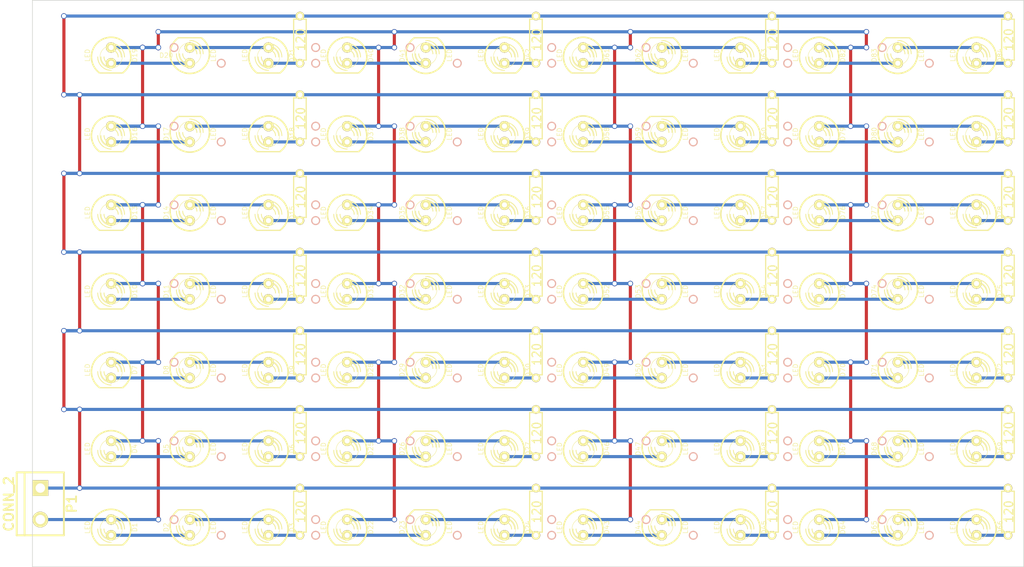
<source format=kicad_pcb>
(kicad_pcb (version 20221018) (generator pcbnew)
  (title_block (title "LED Panels") (date "07 December 2014"))
  (layers (0 "F.Cu" signal) (31 "B.Cu" signal) (34 "B.Paste" user) (35 "F.Paste" user) (36 "B.SilkS" user "B.Silkscreen") (37 "F.SilkS" user "F.Silkscreen") (38 "B.Mask" user) (39 "F.Mask" user) (44 "Edge.Cuts" user))
  (net 0 "")
  (net 1 "+12V")
  (net 2 "GND")
  (net 3 "N-000001")
  (net 4 "N-0000010")
  (net 5 "N-0000011")
  (net 6 "N-0000012")
  (net 7 "N-0000013")
  (net 8 "N-0000014")
  (net 9 "N-0000015")
  (net 10 "N-0000016")
  (net 11 "N-0000017")
  (net 12 "N-0000018")
  (net 13 "N-0000019")
  (net 14 "N-000002")
  (net 15 "N-0000020")
  (net 16 "N-0000021")
  (net 17 "N-0000022")
  (net 18 "N-0000023")
  (net 19 "N-0000024")
  (net 20 "N-0000025")
  (net 21 "N-0000026")
  (net 22 "N-0000027")
  (net 23 "N-0000028")
  (net 24 "N-0000029")
  (net 25 "N-000003")
  (net 26 "N-0000030")
  (net 27 "N-0000031")
  (net 28 "N-0000032")
  (net 29 "N-0000033")
  (net 30 "N-0000034")
  (net 31 "N-0000035")
  (net 32 "N-0000036")
  (net 33 "N-0000037")
  (net 34 "N-0000038")
  (net 35 "N-0000039")
  (net 36 "N-000004")
  (net 37 "N-0000040")
  (net 38 "N-0000041")
  (net 39 "N-0000042")
  (net 40 "N-0000043")
  (net 41 "N-0000044")
  (net 42 "N-0000045")
  (net 43 "N-0000047")
  (net 44 "N-0000048")
  (net 45 "N-0000049")
  (net 46 "N-000005")
  (net 47 "N-0000050")
  (net 48 "N-0000051")
  (net 49 "N-0000052")
  (net 50 "N-0000053")
  (net 51 "N-0000054")
  (net 52 "N-0000055")
  (net 53 "N-0000056")
  (net 54 "N-0000057")
  (net 55 "N-0000058")
  (net 56 "N-0000059")
  (net 57 "N-000006")
  (net 58 "N-0000060")
  (net 59 "N-0000061")
  (net 60 "N-0000062")
  (net 61 "N-0000063")
  (net 62 "N-0000064")
  (net 63 "N-0000065")
  (net 64 "N-0000066")
  (net 65 "N-0000067")
  (net 66 "N-0000068")
  (net 67 "N-0000069")
  (net 68 "N-000007")
  (net 69 "N-0000070")
  (net 70 "N-0000071")
  (net 71 "N-0000072")
  (net 72 "N-0000073")
  (net 73 "N-0000074")
  (net 74 "N-0000075")
  (net 75 "N-0000076")
  (net 76 "N-0000077")
  (net 77 "N-0000078")
  (net 78 "N-0000079")
  (net 79 "N-000008")
  (net 80 "N-0000080")
  (net 81 "N-0000081")
  (net 82 "N-0000082")
  (net 83 "N-0000083")
  (net 84 "N-0000084")
  (net 85 "N-0000085")
  (net 86 "N-000009")
  (footprint "LED-5MM" (layer "F.Cu") (at 50.8 181.61 90)
    (fp_text reference "D2")
    (fp_text value "LED")
  )
  (footprint "LED-5MM" (layer "F.Cu") (at 50.8 105.41 90)
    (fp_text reference "D20")
    (fp_text value "LED")
  )
  (footprint "LED-5MM" (layer "F.Cu") (at 63.5 118.11 -90)
    (fp_text reference "D18")
    (fp_text value "LED")
  )
  (footprint "LED-5MM" (layer "F.Cu") (at 38.1 118.11 -90)
    (fp_text reference "D16")
    (fp_text value "LED")
  )
  (footprint "LED-5MM" (layer "F.Cu") (at 50.8 130.81 90)
    (fp_text reference "D14")
    (fp_text value "LED")
  )
  (footprint "LED-5MM" (layer "F.Cu") (at 63.5 143.51 -90)
    (fp_text reference "D12")
    (fp_text value "LED")
  )
  (footprint "LED-5MM" (layer "F.Cu") (at 38.1 143.51 -90)
    (fp_text reference "D10")
    (fp_text value "LED")
  )
  (footprint "LED-5MM" (layer "F.Cu") (at 50.8 156.21 90)
    (fp_text reference "D8")
    (fp_text value "LED")
  )
  (footprint "LED-5MM" (layer "F.Cu") (at 63.5 168.91 -90)
    (fp_text reference "D6")
    (fp_text value "LED")
  )
  (footprint "LED-5MM" (layer "F.Cu") (at 38.1 168.91 -90)
    (fp_text reference "D4")
    (fp_text value "LED")
  )
  (footprint "LED-5MM" (layer "F.Cu") (at 38.1 181.61 -90)
    (fp_text reference "D1")
    (fp_text value "LED")
  )
  (footprint "LED-5MM" (layer "F.Cu") (at 63.5 105.41 -90)
    (fp_text reference "D21")
    (fp_text value "LED")
  )
  (footprint "LED-5MM" (layer "F.Cu") (at 38.1 105.41 -90)
    (fp_text reference "D19")
    (fp_text value "LED")
  )
  (footprint "LED-5MM" (layer "F.Cu") (at 50.8 118.11 90)
    (fp_text reference "D17")
    (fp_text value "LED")
  )
  (footprint "LED-5MM" (layer "F.Cu") (at 63.5 130.81 -90)
    (fp_text reference "D15")
    (fp_text value "LED")
  )
  (footprint "LED-5MM" (layer "F.Cu") (at 38.1 130.81 -90)
    (fp_text reference "D13")
    (fp_text value "LED")
  )
  (footprint "LED-5MM" (layer "F.Cu") (at 50.8 143.51 90)
    (fp_text reference "D11")
    (fp_text value "LED")
  )
  (footprint "LED-5MM" (layer "F.Cu") (at 63.5 156.21 -90)
    (fp_text reference "D9")
    (fp_text value "LED")
  )
  (footprint "LED-5MM" (layer "F.Cu") (at 38.1 156.21 -90)
    (fp_text reference "D7")
    (fp_text value "LED")
  )
  (footprint "LED-5MM" (layer "F.Cu") (at 50.8 168.91 90)
    (fp_text reference "D5")
    (fp_text value "LED")
  )
  (footprint "LED-5MM" (layer "F.Cu") (at 63.5 181.61 -90)
    (fp_text reference "D3")
    (fp_text value "LED")
  )
  (footprint "R3" (layer "F.Cu") (at 68.58 179.07 90)
    (fp_text reference "R1" hide)
    (fp_text value "120")
  )
  (footprint "R3" (layer "F.Cu") (at 68.58 166.37 90)
    (fp_text reference "R2" hide)
    (fp_text value "120")
  )
  (footprint "R3" (layer "F.Cu") (at 68.58 153.67 90)
    (fp_text reference "R3" hide)
    (fp_text value "120")
  )
  (footprint "R3" (layer "F.Cu") (at 68.58 140.97 90)
    (fp_text reference "R4" hide)
    (fp_text value "120")
  )
  (footprint "R3" (layer "F.Cu") (at 68.58 128.27 90)
    (fp_text reference "R5" hide)
    (fp_text value "120")
  )
  (footprint "R3" (layer "F.Cu") (at 68.58 115.57 90)
    (fp_text reference "R6" hide)
    (fp_text value "120")
  )
  (footprint "R3" (layer "F.Cu") (at 68.58 102.87 90)
    (fp_text reference "R7" hide)
    (fp_text value "120")
  )
  (footprint "bornier2" (layer "F.Cu") (at 26.67 177.8 -90)
    (fp_text reference "P1")
    (fp_text value "CONN_2")
  )
  (footprint "R3" (layer "F.Cu") (at 144.78 128.27 90)
    (fp_text reference "R19" hide)
    (fp_text value "120")
  )
  (footprint "R3" (layer "F.Cu") (at 144.78 140.97 90)
    (fp_text reference "R18" hide)
    (fp_text value "120")
  )
  (footprint "R3" (layer "F.Cu") (at 182.88 153.67 90)
    (fp_text reference "R24" hide)
    (fp_text value "120")
  )
  (footprint "R3" (layer "F.Cu") (at 106.68 128.27 90)
    (fp_text reference "R12" hide)
    (fp_text value "120")
  )
  (footprint "R3" (layer "F.Cu") (at 144.78 153.67 90)
    (fp_text reference "R17" hide)
    (fp_text value "120")
  )
  (footprint "R3" (layer "F.Cu") (at 182.88 166.37 90)
    (fp_text reference "R23" hide)
    (fp_text value "120")
  )
  (footprint "R3" (layer "F.Cu") (at 182.88 140.97 90)
    (fp_text reference "R25" hide)
    (fp_text value "120")
  )
  (footprint "R3" (layer "F.Cu") (at 106.68 115.57 90)
    (fp_text reference "R13" hide)
    (fp_text value "120")
  )
  (footprint "R3" (layer "F.Cu") (at 182.88 179.07 90)
    (fp_text reference "R22" hide)
    (fp_text value "120")
  )
  (footprint "R3" (layer "F.Cu") (at 106.68 102.87 90)
    (fp_text reference "R14" hide)
    (fp_text value "120")
  )
  (footprint "R3" (layer "F.Cu") (at 144.78 166.37 90)
    (fp_text reference "R16" hide)
    (fp_text value "120")
  )
  (footprint "R3" (layer "F.Cu") (at 106.68 179.07 90)
    (fp_text reference "R8" hide)
    (fp_text value "120")
  )
  (footprint "R3" (layer "F.Cu") (at 182.88 102.87 90)
    (fp_text reference "R28" hide)
    (fp_text value "120")
  )
  (footprint "R3" (layer "F.Cu") (at 144.78 179.07 90)
    (fp_text reference "R15" hide)
    (fp_text value "120")
  )
  (footprint "R3" (layer "F.Cu") (at 106.68 140.97 90)
    (fp_text reference "R11" hide)
    (fp_text value "120")
  )
  (footprint "R3" (layer "F.Cu") (at 106.68 166.37 90)
    (fp_text reference "R9" hide)
    (fp_text value "120")
  )
  (footprint "R3" (layer "F.Cu") (at 182.88 115.57 90)
    (fp_text reference "R27" hide)
    (fp_text value "120")
  )
  (footprint "R3" (layer "F.Cu") (at 106.68 153.67 90)
    (fp_text reference "R10" hide)
    (fp_text value "120")
  )
  (footprint "R3" (layer "F.Cu") (at 144.78 115.57 90)
    (fp_text reference "R20" hide)
    (fp_text value "120")
  )
  (footprint "LED-5MM" (layer "F.Cu") (at 139.7 118.11 -90)
    (fp_text reference "D60")
    (fp_text value "LED")
  )
  (footprint "LED-5MM" (layer "F.Cu") (at 177.8 130.81 -90)
    (fp_text reference "D78")
    (fp_text value "LED")
  )
  (footprint "LED-5MM" (layer "F.Cu") (at 152.4 156.21 -90)
    (fp_text reference "D70")
    (fp_text value "LED")
  )
  (footprint "LED-5MM" (layer "F.Cu") (at 177.8 143.51 -90)
    (fp_text reference "D75")
    (fp_text value "LED")
  )
  (footprint "LED-5MM" (layer "F.Cu") (at 127 130.81 90)
    (fp_text reference "D56")
    (fp_text value "LED")
  )
  (footprint "LED-5MM" (layer "F.Cu") (at 165.1 143.51 90)
    (fp_text reference "D74")
    (fp_text value "LED")
  )
  (footprint "LED-5MM" (layer "F.Cu") (at 152.4 143.51 -90)
    (fp_text reference "D73")
    (fp_text value "LED")
  )
  (footprint "LED-5MM" (layer "F.Cu") (at 114.3 130.81 -90)
    (fp_text reference "D55")
    (fp_text value "LED")
  )
  (footprint "LED-5MM" (layer "F.Cu") (at 139.7 130.81 -90)
    (fp_text reference "D57")
    (fp_text value "LED")
  )
  (footprint "LED-5MM" (layer "F.Cu") (at 127 118.11 90)
    (fp_text reference "D59")
    (fp_text value "LED")
  )
  (footprint "LED-5MM" (layer "F.Cu") (at 152.4 105.41 -90)
    (fp_text reference "D82")
    (fp_text value "LED")
  )
  (footprint "LED-5MM" (layer "F.Cu") (at 76.2 143.51 -90)
    (fp_text reference "D31")
    (fp_text value "LED")
  )
  (footprint "LED-5MM" (layer "F.Cu") (at 165.1 130.81 90)
    (fp_text reference "D77")
    (fp_text value "LED")
  )
  (footprint "LED-5MM" (layer "F.Cu") (at 152.4 130.81 -90)
    (fp_text reference "D76")
    (fp_text value "LED")
  )
  (footprint "LED-5MM" (layer "F.Cu") (at 177.8 118.11 -90)
    (fp_text reference "D81")
    (fp_text value "LED")
  )
  (footprint "LED-5MM" (layer "F.Cu") (at 165.1 118.11 90)
    (fp_text reference "D80")
    (fp_text value "LED")
  )
  (footprint "LED-5MM" (layer "F.Cu") (at 152.4 118.11 -90)
    (fp_text reference "D79")
    (fp_text value "LED")
  )
  (footprint "LED-5MM" (layer "F.Cu") (at 177.8 105.41 -90)
    (fp_text reference "D84")
    (fp_text value "LED")
  )
  (footprint "LED-5MM" (layer "F.Cu") (at 165.1 105.41 90)
    (fp_text reference "D83")
    (fp_text value "LED")
  )
  (footprint "LED-5MM" (layer "F.Cu") (at 165.1 156.21 90)
    (fp_text reference "D71")
    (fp_text value "LED")
  )
  (footprint "LED-5MM" (layer "F.Cu") (at 177.8 181.61 -90)
    (fp_text reference "D66")
    (fp_text value "LED")
  )
  (footprint "LED-5MM" (layer "F.Cu") (at 165.1 181.61 90)
    (fp_text reference "D65")
    (fp_text value "LED")
  )
  (footprint "LED-5MM" (layer "F.Cu") (at 152.4 181.61 -90)
    (fp_text reference "D64")
    (fp_text value "LED")
  )
  (footprint "LED-5MM" (layer "F.Cu") (at 177.8 168.91 -90)
    (fp_text reference "D69")
    (fp_text value "LED")
  )
  (footprint "LED-5MM" (layer "F.Cu") (at 165.1 168.91 90)
    (fp_text reference "D68")
    (fp_text value "LED")
  )
  (footprint "LED-5MM" (layer "F.Cu") (at 152.4 168.91 -90)
    (fp_text reference "D67")
    (fp_text value "LED")
  )
  (footprint "LED-5MM" (layer "F.Cu") (at 177.8 156.21 -90)
    (fp_text reference "D72")
    (fp_text value "LED")
  )
  (footprint "LED-5MM" (layer "F.Cu") (at 76.2 181.61 -90)
    (fp_text reference "D22")
    (fp_text value "LED")
  )
  (footprint "LED-5MM" (layer "F.Cu") (at 101.6 118.11 -90)
    (fp_text reference "D39")
    (fp_text value "LED")
  )
  (footprint "LED-5MM" (layer "F.Cu") (at 88.9 118.11 90)
    (fp_text reference "D38")
    (fp_text value "LED")
  )
  (footprint "LED-5MM" (layer "F.Cu") (at 76.2 118.11 -90)
    (fp_text reference "D37")
    (fp_text value "LED")
  )
  (footprint "LED-5MM" (layer "F.Cu") (at 101.6 105.41 -90)
    (fp_text reference "D42")
    (fp_text value "LED")
  )
  (footprint "LED-5MM" (layer "F.Cu") (at 88.9 105.41 90)
    (fp_text reference "D41")
    (fp_text value "LED")
  )
  (footprint "LED-5MM" (layer "F.Cu") (at 76.2 105.41 -90)
    (fp_text reference "D40")
    (fp_text value "LED")
  )
  (footprint "LED-5MM" (layer "F.Cu") (at 101.6 181.61 -90)
    (fp_text reference "D24")
    (fp_text value "LED")
  )
  (footprint "LED-5MM" (layer "F.Cu") (at 88.9 181.61 90)
    (fp_text reference "D23")
    (fp_text value "LED")
  )
  (footprint "LED-5MM" (layer "F.Cu") (at 76.2 130.81 -90)
    (fp_text reference "D34")
    (fp_text value "LED")
  )
  (footprint "LED-5MM" (layer "F.Cu") (at 101.6 168.91 -90)
    (fp_text reference "D27")
    (fp_text value "LED")
  )
  (footprint "LED-5MM" (layer "F.Cu") (at 88.9 168.91 90)
    (fp_text reference "D26")
    (fp_text value "LED")
  )
  (footprint "LED-5MM" (layer "F.Cu") (at 76.2 168.91 -90)
    (fp_text reference "D25")
    (fp_text value "LED")
  )
  (footprint "LED-5MM" (layer "F.Cu") (at 101.6 156.21 -90)
    (fp_text reference "D30")
    (fp_text value "LED")
  )
  (footprint "LED-5MM" (layer "F.Cu") (at 88.9 156.21 90)
    (fp_text reference "D29")
    (fp_text value "LED")
  )
  (footprint "LED-5MM" (layer "F.Cu") (at 76.2 156.21 -90)
    (fp_text reference "D28")
    (fp_text value "LED")
  )
  (footprint "LED-5MM" (layer "F.Cu") (at 101.6 143.51 -90)
    (fp_text reference "D33")
    (fp_text value "LED")
  )
  (footprint "LED-5MM" (layer "F.Cu") (at 88.9 143.51 90)
    (fp_text reference "D32")
    (fp_text value "LED")
  )
  (footprint "LED-5MM" (layer "F.Cu") (at 114.3 168.91 -90)
    (fp_text reference "D46")
    (fp_text value "LED")
  )
  (footprint "LED-5MM" (layer "F.Cu") (at 139.7 105.41 -90)
    (fp_text reference "D63")
    (fp_text value "LED")
  )
  (footprint "LED-5MM" (layer "F.Cu") (at 127 105.41 90)
    (fp_text reference "D62")
    (fp_text value "LED")
  )
  (footprint "LED-5MM" (layer "F.Cu") (at 114.3 105.41 -90)
    (fp_text reference "D61")
    (fp_text value "LED")
  )
  (footprint "LED-5MM" (layer "F.Cu") (at 139.7 181.61 -90)
    (fp_text reference "D45")
    (fp_text value "LED")
  )
  (footprint "LED-5MM" (layer "F.Cu") (at 127 181.61 90)
    (fp_text reference "D44")
    (fp_text value "LED")
  )
  (footprint "LED-5MM" (layer "F.Cu") (at 114.3 181.61 -90)
    (fp_text reference "D43")
    (fp_text value "LED")
  )
  (footprint "LED-5MM" (layer "F.Cu") (at 139.7 168.91 -90)
    (fp_text reference "D48")
    (fp_text value "LED")
  )
  (footprint "LED-5MM" (layer "F.Cu") (at 127 168.91 90)
    (fp_text reference "D47")
    (fp_text value "LED")
  )
  (footprint "LED-5MM" (layer "F.Cu") (at 114.3 118.11 -90)
    (fp_text reference "D58")
    (fp_text value "LED")
  )
  (footprint "LED-5MM" (layer "F.Cu") (at 139.7 156.21 -90)
    (fp_text reference "D51")
    (fp_text value "LED")
  )
  (footprint "LED-5MM" (layer "F.Cu") (at 127 156.21 90)
    (fp_text reference "D50")
    (fp_text value "LED")
  )
  (footprint "LED-5MM" (layer "F.Cu") (at 114.3 156.21 -90)
    (fp_text reference "D49")
    (fp_text value "LED")
  )
  (footprint "LED-5MM" (layer "F.Cu") (at 139.7 143.51 -90)
    (fp_text reference "D54")
    (fp_text value "LED")
  )
  (footprint "LED-5MM" (layer "F.Cu") (at 127 143.51 90)
    (fp_text reference "D53")
    (fp_text value "LED")
  )
  (footprint "LED-5MM" (layer "F.Cu") (at 114.3 143.51 -90)
    (fp_text reference "D52")
    (fp_text value "LED")
  )
  (footprint "LED-5MM" (layer "F.Cu") (at 101.6 130.81 -90)
    (fp_text reference "D36")
    (fp_text value "LED")
  )
  (footprint "LED-5MM" (layer "F.Cu") (at 88.9 130.81 90)
    (fp_text reference "D35")
    (fp_text value "LED")
  )
  (footprint "R3" (layer "F.Cu") (at 144.78 102.87 90)
    (fp_text reference "R21" hide)
    (fp_text value "120")
  )
  (footprint "R3" (layer "F.Cu") (at 182.88 128.27 90)
    (fp_text reference "R26" hide)
    (fp_text value "120")
  )
  (gr_circle (center 48.26 167.64) (end 48.26 167.005) (stroke (width 0.2)) (fill none) (layer "B.SilkS"))
  (gr_circle (center 55.88 170.18) (end 55.88 169.545) (stroke (width 0.2)) (fill none) (layer "B.SilkS"))
  (gr_circle (center 55.88 182.88) (end 55.88 182.245) (stroke (width 0.2)) (fill none) (layer "B.SilkS"))
  (gr_circle (center 55.88 157.48) (end 55.88 156.845) (stroke (width 0.2)) (fill none) (layer "B.SilkS"))
  (gr_circle (center 48.26 154.94) (end 48.26 154.305) (stroke (width 0.2)) (fill none) (layer "B.SilkS"))
  (gr_circle (center 48.26 142.24) (end 48.26 141.605) (stroke (width 0.2)) (fill none) (layer "B.SilkS"))
  (gr_circle (center 48.26 129.54) (end 48.26 128.905) (stroke (width 0.2)) (fill none) (layer "B.SilkS"))
  (gr_circle (center 48.26 116.84) (end 48.26 116.205) (stroke (width 0.2)) (fill none) (layer "B.SilkS"))
  (gr_circle (center 48.26 104.14) (end 48.26 103.505) (stroke (width 0.2)) (fill none) (layer "B.SilkS"))
  (gr_circle (center 55.88 144.78) (end 55.88 144.145) (stroke (width 0.2)) (fill none) (layer "B.SilkS"))
  (gr_circle (center 55.88 132.08) (end 55.88 131.445) (stroke (width 0.2)) (fill none) (layer "B.SilkS"))
  (gr_circle (center 55.88 119.38) (end 55.88 118.745) (stroke (width 0.2)) (fill none) (layer "B.SilkS"))
  (gr_circle (center 55.88 106.68) (end 55.88 106.045) (stroke (width 0.2)) (fill none) (layer "B.SilkS"))
  (gr_circle (center 93.98 106.68) (end 93.98 106.045) (stroke (width 0.2)) (fill none) (layer "B.SilkS"))
  (gr_circle (center 93.98 119.38) (end 93.98 118.745) (stroke (width 0.2)) (fill none) (layer "B.SilkS"))
  (gr_circle (center 93.98 132.08) (end 93.98 131.445) (stroke (width 0.2)) (fill none) (layer "B.SilkS"))
  (gr_circle (center 93.98 144.78) (end 93.98 144.145) (stroke (width 0.2)) (fill none) (layer "B.SilkS"))
  (gr_circle (center 93.98 157.48) (end 93.98 156.845) (stroke (width 0.2)) (fill none) (layer "B.SilkS"))
  (gr_circle (center 93.98 182.88) (end 93.98 182.245) (stroke (width 0.2)) (fill none) (layer "B.SilkS"))
  (gr_circle (center 93.98 170.18) (end 93.98 169.545) (stroke (width 0.2)) (fill none) (layer "B.SilkS"))
  (gr_circle (center 132.08 170.18) (end 132.08 169.545) (stroke (width 0.2)) (fill none) (layer "B.SilkS"))
  (gr_circle (center 132.08 182.88) (end 132.08 182.245) (stroke (width 0.2)) (fill none) (layer "B.SilkS"))
  (gr_circle (center 132.08 157.48) (end 132.08 156.845) (stroke (width 0.2)) (fill none) (layer "B.SilkS"))
  (gr_circle (center 132.08 144.78) (end 132.08 144.145) (stroke (width 0.2)) (fill none) (layer "B.SilkS"))
  (gr_circle (center 132.08 132.08) (end 132.08 131.445) (stroke (width 0.2)) (fill none) (layer "B.SilkS"))
  (gr_circle (center 132.08 119.38) (end 132.08 118.745) (stroke (width 0.2)) (fill none) (layer "B.SilkS"))
  (gr_circle (center 132.08 106.68) (end 132.08 106.045) (stroke (width 0.2)) (fill none) (layer "B.SilkS"))
  (gr_circle (center 170.18 106.68) (end 170.18 106.045) (stroke (width 0.2)) (fill none) (layer "B.SilkS"))
  (gr_circle (center 170.18 119.38) (end 170.18 118.745) (stroke (width 0.2)) (fill none) (layer "B.SilkS"))
  (gr_circle (center 170.18 132.08) (end 170.18 131.445) (stroke (width 0.2)) (fill none) (layer "B.SilkS"))
  (gr_circle (center 170.18 144.78) (end 170.18 144.145) (stroke (width 0.2)) (fill none) (layer "B.SilkS"))
  (gr_circle (center 170.18 157.48) (end 170.18 156.845) (stroke (width 0.2)) (fill none) (layer "B.SilkS"))
  (gr_circle (center 170.18 182.88) (end 170.18 182.245) (stroke (width 0.2)) (fill none) (layer "B.SilkS"))
  (gr_circle (center 170.18 170.18) (end 170.18 169.545) (stroke (width 0.2)) (fill none) (layer "B.SilkS"))
  (gr_circle (center 71.12 106.68) (end 71.12 106.045) (stroke (width 0.2)) (fill none) (layer "B.SilkS"))
  (gr_circle (center 71.12 119.38) (end 71.12 118.745) (stroke (width 0.2)) (fill none) (layer "B.SilkS"))
  (gr_circle (center 71.12 132.08) (end 71.12 131.445) (stroke (width 0.2)) (fill none) (layer "B.SilkS"))
  (gr_circle (center 71.12 144.78) (end 71.12 144.145) (stroke (width 0.2)) (fill none) (layer "B.SilkS"))
  (gr_circle (center 71.12 157.48) (end 71.12 156.845) (stroke (width 0.2)) (fill none) (layer "B.SilkS"))
  (gr_circle (center 71.12 182.88) (end 71.12 182.245) (stroke (width 0.2)) (fill none) (layer "B.SilkS"))
  (gr_circle (center 71.12 170.18) (end 71.12 169.545) (stroke (width 0.2)) (fill none) (layer "B.SilkS"))
  (gr_circle (center 109.22 106.68) (end 109.22 106.045) (stroke (width 0.2)) (fill none) (layer "B.SilkS"))
  (gr_circle (center 109.22 119.38) (end 109.22 118.745) (stroke (width 0.2)) (fill none) (layer "B.SilkS"))
  (gr_circle (center 109.22 132.08) (end 109.22 131.445) (stroke (width 0.2)) (fill none) (layer "B.SilkS"))
  (gr_circle (center 109.22 144.78) (end 109.22 144.145) (stroke (width 0.2)) (fill none) (layer "B.SilkS"))
  (gr_circle (center 109.22 157.48) (end 109.22 156.845) (stroke (width 0.2)) (fill none) (layer "B.SilkS"))
  (gr_circle (center 109.22 182.88) (end 109.22 182.245) (stroke (width 0.2)) (fill none) (layer "B.SilkS"))
  (gr_circle (center 109.22 170.18) (end 109.22 169.545) (stroke (width 0.2)) (fill none) (layer "B.SilkS"))
  (gr_circle (center 86.36 167.64) (end 86.36 167.005) (stroke (width 0.2)) (fill none) (layer "B.SilkS"))
  (gr_circle (center 86.36 180.34) (end 86.36 179.705) (stroke (width 0.2)) (fill none) (layer "B.SilkS"))
  (gr_circle (center 86.36 154.94) (end 86.36 154.305) (stroke (width 0.2)) (fill none) (layer "B.SilkS"))
  (gr_circle (center 86.36 142.24) (end 86.36 141.605) (stroke (width 0.2)) (fill none) (layer "B.SilkS"))
  (gr_circle (center 86.36 129.54) (end 86.36 128.905) (stroke (width 0.2)) (fill none) (layer "B.SilkS"))
  (gr_circle (center 86.36 116.84) (end 86.36 116.205) (stroke (width 0.2)) (fill none) (layer "B.SilkS"))
  (gr_circle (center 86.36 104.14) (end 86.36 103.505) (stroke (width 0.2)) (fill none) (layer "B.SilkS"))
  (gr_circle (center 71.12 167.64) (end 71.12 167.005) (stroke (width 0.2)) (fill none) (layer "B.SilkS"))
  (gr_circle (center 71.12 180.34) (end 71.12 179.705) (stroke (width 0.2)) (fill none) (layer "B.SilkS"))
  (gr_circle (center 71.12 154.94) (end 71.12 154.305) (stroke (width 0.2)) (fill none) (layer "B.SilkS"))
  (gr_circle (center 71.12 142.24) (end 71.12 141.605) (stroke (width 0.2)) (fill none) (layer "B.SilkS"))
  (gr_circle (center 71.12 129.54) (end 71.12 128.905) (stroke (width 0.2)) (fill none) (layer "B.SilkS"))
  (gr_circle (center 71.12 116.84) (end 71.12 116.205) (stroke (width 0.2)) (fill none) (layer "B.SilkS"))
  (gr_circle (center 71.12 104.14) (end 71.12 103.505) (stroke (width 0.2)) (fill none) (layer "B.SilkS"))
  (gr_circle (center 109.22 104.14) (end 109.22 103.505) (stroke (width 0.2)) (fill none) (layer "B.SilkS"))
  (gr_circle (center 109.22 116.84) (end 109.22 116.205) (stroke (width 0.2)) (fill none) (layer "B.SilkS"))
  (gr_circle (center 109.22 129.54) (end 109.22 128.905) (stroke (width 0.2)) (fill none) (layer "B.SilkS"))
  (gr_circle (center 109.22 142.24) (end 109.22 141.605) (stroke (width 0.2)) (fill none) (layer "B.SilkS"))
  (gr_circle (center 109.22 154.94) (end 109.22 154.305) (stroke (width 0.2)) (fill none) (layer "B.SilkS"))
  (gr_circle (center 109.22 180.34) (end 109.22 179.705) (stroke (width 0.2)) (fill none) (layer "B.SilkS"))
  (gr_circle (center 109.22 167.64) (end 109.22 167.005) (stroke (width 0.2)) (fill none) (layer "B.SilkS"))
  (gr_circle (center 124.46 104.14) (end 124.46 103.505) (stroke (width 0.2)) (fill none) (layer "B.SilkS"))
  (gr_circle (center 124.46 116.84) (end 124.46 116.205) (stroke (width 0.2)) (fill none) (layer "B.SilkS"))
  (gr_circle (center 124.46 129.54) (end 124.46 128.905) (stroke (width 0.2)) (fill none) (layer "B.SilkS"))
  (gr_circle (center 124.46 142.24) (end 124.46 141.605) (stroke (width 0.2)) (fill none) (layer "B.SilkS"))
  (gr_circle (center 124.46 154.94) (end 124.46 154.305) (stroke (width 0.2)) (fill none) (layer "B.SilkS"))
  (gr_circle (center 124.46 180.34) (end 124.46 179.705) (stroke (width 0.2)) (fill none) (layer "B.SilkS"))
  (gr_circle (center 124.46 167.64) (end 124.46 167.005) (stroke (width 0.2)) (fill none) (layer "B.SilkS"))
  (gr_circle (center 147.32 167.64) (end 147.32 167.005) (stroke (width 0.2)) (fill none) (layer "B.SilkS"))
  (gr_circle (center 147.32 180.34) (end 147.32 179.705) (stroke (width 0.2)) (fill none) (layer "B.SilkS"))
  (gr_circle (center 147.32 154.94) (end 147.32 154.305) (stroke (width 0.2)) (fill none) (layer "B.SilkS"))
  (gr_circle (center 147.32 142.24) (end 147.32 141.605) (stroke (width 0.2)) (fill none) (layer "B.SilkS"))
  (gr_circle (center 147.32 129.54) (end 147.32 128.905) (stroke (width 0.2)) (fill none) (layer "B.SilkS"))
  (gr_circle (center 147.32 116.84) (end 147.32 116.205) (stroke (width 0.2)) (fill none) (layer "B.SilkS"))
  (gr_circle (center 147.32 104.14) (end 147.32 103.505) (stroke (width 0.2)) (fill none) (layer "B.SilkS"))
  (gr_circle (center 147.32 170.18) (end 147.32 169.545) (stroke (width 0.2)) (fill none) (layer "B.SilkS"))
  (gr_circle (center 147.32 182.88) (end 147.32 182.245) (stroke (width 0.2)) (fill none) (layer "B.SilkS"))
  (gr_circle (center 147.32 157.48) (end 147.32 156.845) (stroke (width 0.2)) (fill none) (layer "B.SilkS"))
  (gr_circle (center 147.32 144.78) (end 147.32 144.145) (stroke (width 0.2)) (fill none) (layer "B.SilkS"))
  (gr_circle (center 147.32 132.08) (end 147.32 131.445) (stroke (width 0.2)) (fill none) (layer "B.SilkS"))
  (gr_circle (center 147.32 119.38) (end 147.32 118.745) (stroke (width 0.2)) (fill none) (layer "B.SilkS"))
  (gr_circle (center 147.32 106.68) (end 147.32 106.045) (stroke (width 0.2)) (fill none) (layer "B.SilkS"))
  (gr_circle (center 162.56 167.64) (end 162.56 167.005) (stroke (width 0.2)) (fill none) (layer "B.SilkS"))
  (gr_circle (center 162.56 180.34) (end 162.56 179.705) (stroke (width 0.2)) (fill none) (layer "B.SilkS"))
  (gr_circle (center 162.56 154.94) (end 162.56 154.305) (stroke (width 0.2)) (fill none) (layer "B.SilkS"))
  (gr_circle (center 162.56 142.24) (end 162.56 141.605) (stroke (width 0.2)) (fill none) (layer "B.SilkS"))
  (gr_circle (center 162.56 129.54) (end 162.56 128.905) (stroke (width 0.2)) (fill none) (layer "B.SilkS"))
  (gr_circle (center 162.56 116.84) (end 162.56 116.205) (stroke (width 0.2)) (fill none) (layer "B.SilkS"))
  (gr_circle (center 162.56 104.14) (end 162.56 103.505) (stroke (width 0.2)) (fill none) (layer "B.SilkS"))
  (gr_circle (center 48.26 180.34) (end 48.26 179.705) (stroke (width 0.2)) (fill none) (layer "B.SilkS"))
  (gr_line (start 25.4 187.96) (end 185.42 187.96) (stroke (width 0.1)) (layer "Edge.Cuts"))
  (gr_line (start 185.42 96.52) (end 25.4 96.52) (stroke (width 0.1)) (layer "Edge.Cuts"))
  (gr_line (start 25.4 96.52) (end 25.4 187.96) (stroke (width 0.1)) (layer "Edge.Cuts"))
  (gr_line (start 185.42 187.96) (end 185.42 96.52) (stroke (width 0.1)) (layer "Edge.Cuts"))
  (segment (start 160.02 142.24) (end 160.02 154.94) (width 0.5) (layer "F.Cu") (net 1))
  (segment (start 157.48 154.94) (end 157.48 167.64) (width 0.5) (layer "F.Cu") (net 1))
  (segment (start 160.02 167.64) (end 160.02 180.34) (width 0.5) (layer "F.Cu") (net 1))
  (segment (start 121.92 116.84) (end 121.92 129.54) (width 0.5) (layer "F.Cu") (net 1))
  (segment (start 121.92 167.64) (end 121.92 180.34) (width 0.5) (layer "F.Cu") (net 1))
  (segment (start 119.38 154.94) (end 119.38 167.64) (width 0.5) (layer "F.Cu") (net 1))
  (segment (start 121.92 142.24) (end 121.92 154.94) (width 0.5) (layer "F.Cu") (net 1))
  (segment (start 119.38 129.54) (end 119.38 142.24) (width 0.5) (layer "F.Cu") (net 1))
  (segment (start 121.92 104.14) (end 121.92 101.6) (width 0.5) (layer "F.Cu") (net 1))
  (segment (start 119.38 104.14) (end 119.38 116.84) (width 0.5) (layer "F.Cu") (net 1))
  (segment (start 81.28 104.14) (end 81.28 116.84) (width 0.5) (layer "F.Cu") (net 1))
  (segment (start 83.82 104.14) (end 83.82 101.6) (width 0.5) (layer "F.Cu") (net 1))
  (segment (start 81.28 129.54) (end 81.28 142.24) (width 0.5) (layer "F.Cu") (net 1))
  (segment (start 83.82 142.24) (end 83.82 154.94) (width 0.5) (layer "F.Cu") (net 1))
  (segment (start 81.28 154.94) (end 81.28 167.64) (width 0.5) (layer "F.Cu") (net 1))
  (segment (start 83.82 167.64) (end 83.82 180.34) (width 0.5) (layer "F.Cu") (net 1))
  (segment (start 83.82 116.84) (end 83.82 129.54) (width 0.5) (layer "F.Cu") (net 1))
  (segment (start 45.72 116.84) (end 45.72 129.54) (width 0.5) (layer "F.Cu") (net 1))
  (segment (start 45.72 167.64) (end 45.72 180.34) (width 0.5) (layer "F.Cu") (net 1))
  (segment (start 45.72 142.24) (end 45.72 154.94) (width 0.5) (layer "F.Cu") (net 1))
  (segment (start 45.72 104.14) (end 45.72 101.6) (width 0.5) (layer "F.Cu") (net 1))
  (segment (start 43.18 116.84) (end 43.18 104.14) (width 0.5) (layer "F.Cu") (net 1))
  (segment (start 157.48 129.54) (end 157.48 142.24) (width 0.5) (layer "F.Cu") (net 1))
  (segment (start 157.48 104.14) (end 157.48 116.84) (width 0.5) (layer "F.Cu") (net 1))
  (segment (start 160.02 116.84) (end 160.02 129.54) (width 0.5) (layer "F.Cu") (net 1))
  (segment (start 43.18 167.64) (end 43.18 154.94) (width 0.5) (layer "F.Cu") (net 1))
  (segment (start 160.02 104.14) (end 160.02 101.6) (width 0.5) (layer "F.Cu") (net 1))
  (segment (start 43.18 142.24) (end 43.18 129.54) (width 0.5) (layer "F.Cu") (net 1))
  (via (at 121.92 129.54) (size 0.889) (drill 0.635) (layers "F.Cu" "B.Cu") (net 1))
  (via (at 121.92 116.84) (size 0.889) (drill 0.635) (layers "F.Cu" "B.Cu") (net 1))
  (via (at 119.38 129.54) (size 0.889) (drill 0.635) (layers "F.Cu" "B.Cu") (net 1))
  (via (at 121.92 180.34) (size 0.889) (drill 0.635) (layers "F.Cu" "B.Cu") (net 1))
  (via (at 121.92 167.64) (size 0.889) (drill 0.635) (layers "F.Cu" "B.Cu") (net 1))
  (via (at 119.38 167.64) (size 0.889) (drill 0.635) (layers "F.Cu" "B.Cu") (net 1))
  (via (at 119.38 154.94) (size 0.889) (drill 0.635) (layers "F.Cu" "B.Cu") (net 1))
  (via (at 121.92 154.94) (size 0.889) (drill 0.635) (layers "F.Cu" "B.Cu") (net 1))
  (via (at 121.92 142.24) (size 0.889) (drill 0.635) (layers "F.Cu" "B.Cu") (net 1))
  (via (at 119.38 142.24) (size 0.889) (drill 0.635) (layers "F.Cu" "B.Cu") (net 1))
  (via (at 121.92 101.6) (size 0.889) (drill 0.635) (layers "F.Cu" "B.Cu") (net 1))
  (via (at 121.92 104.14) (size 0.889) (drill 0.635) (layers "F.Cu" "B.Cu") (net 1))
  (via (at 119.38 104.14) (size 0.889) (drill 0.635) (layers "F.Cu" "B.Cu") (net 1))
  (via (at 119.38 116.84) (size 0.889) (drill 0.635) (layers "F.Cu" "B.Cu") (net 1))
  (via (at 81.28 116.84) (size 0.889) (drill 0.635) (layers "F.Cu" "B.Cu") (net 1))
  (via (at 81.28 104.14) (size 0.889) (drill 0.635) (layers "F.Cu" "B.Cu") (net 1))
  (via (at 83.82 104.14) (size 0.889) (drill 0.635) (layers "F.Cu" "B.Cu") (net 1))
  (via (at 83.82 101.6) (size 0.889) (drill 0.635) (layers "F.Cu" "B.Cu") (net 1))
  (via (at 81.28 142.24) (size 0.889) (drill 0.635) (layers "F.Cu" "B.Cu") (net 1))
  (via (at 83.82 142.24) (size 0.889) (drill 0.635) (layers "F.Cu" "B.Cu") (net 1))
  (via (at 83.82 154.94) (size 0.889) (drill 0.635) (layers "F.Cu" "B.Cu") (net 1))
  (via (at 81.28 154.94) (size 0.889) (drill 0.635) (layers "F.Cu" "B.Cu") (net 1))
  (via (at 81.28 167.64) (size 0.889) (drill 0.635) (layers "F.Cu" "B.Cu") (net 1))
  (via (at 83.82 167.64) (size 0.889) (drill 0.635) (layers "F.Cu" "B.Cu") (net 1))
  (via (at 83.82 180.34) (size 0.889) (drill 0.635) (layers "F.Cu" "B.Cu") (net 1))
  (via (at 81.28 129.54) (size 0.889) (drill 0.635) (layers "F.Cu" "B.Cu") (net 1))
  (via (at 83.82 116.84) (size 0.889) (drill 0.635) (layers "F.Cu" "B.Cu") (net 1))
  (via (at 83.82 129.54) (size 0.889) (drill 0.635) (layers "F.Cu" "B.Cu") (net 1))
  (via (at 45.72 129.54) (size 0.889) (drill 0.635) (layers "F.Cu" "B.Cu") (net 1))
  (via (at 45.72 116.84) (size 0.889) (drill 0.635) (layers "F.Cu" "B.Cu") (net 1))
  (via (at 43.18 129.54) (size 0.889) (drill 0.635) (layers "F.Cu" "B.Cu") (net 1))
  (via (at 45.72 180.34) (size 0.889) (drill 0.635) (layers "F.Cu" "B.Cu") (net 1))
  (via (at 45.72 167.64) (size 0.889) (drill 0.635) (layers "F.Cu" "B.Cu") (net 1))
  (via (at 43.18 167.64) (size 0.889) (drill 0.635) (layers "F.Cu" "B.Cu") (net 1))
  (via (at 43.18 154.94) (size 0.889) (drill 0.635) (layers "F.Cu" "B.Cu") (net 1))
  (via (at 45.72 154.94) (size 0.889) (drill 0.635) (layers "F.Cu" "B.Cu") (net 1))
  (via (at 45.72 142.24) (size 0.889) (drill 0.635) (layers "F.Cu" "B.Cu") (net 1))
  (via (at 43.18 142.24) (size 0.889) (drill 0.635) (layers "F.Cu" "B.Cu") (net 1))
  (via (at 45.72 101.6) (size 0.889) (drill 0.635) (layers "F.Cu" "B.Cu") (net 1))
  (via (at 45.72 104.14) (size 0.889) (drill 0.635) (layers "F.Cu" "B.Cu") (net 1))
  (via (at 43.18 104.14) (size 0.889) (drill 0.635) (layers "F.Cu" "B.Cu") (net 1))
  (via (at 43.18 116.84) (size 0.889) (drill 0.635) (layers "F.Cu" "B.Cu") (net 1))
  (via (at 157.48 167.64) (size 0.889) (drill 0.635) (layers "F.Cu" "B.Cu") (net 1))
  (via (at 45.72 104.14) (size 0.889) (drill 0.635) (layers "F.Cu" "B.Cu") (net 1))
  (via (at 160.02 101.6) (size 0.889) (drill 0.635) (layers "F.Cu" "B.Cu") (net 1))
  (via (at 43.18 142.24) (size 0.889) (drill 0.635) (layers "F.Cu" "B.Cu") (net 1))
  (via (at 157.48 116.84) (size 0.889) (drill 0.635) (layers "F.Cu" "B.Cu") (net 1))
  (via (at 43.18 104.14) (size 0.889) (drill 0.635) (layers "F.Cu" "B.Cu") (net 1))
  (via (at 157.48 104.14) (size 0.889) (drill 0.635) (layers "F.Cu" "B.Cu") (net 1))
  (via (at 43.18 167.64) (size 0.889) (drill 0.635) (layers "F.Cu" "B.Cu") (net 1))
  (via (at 160.02 142.24) (size 0.889) (drill 0.635) (layers "F.Cu" "B.Cu") (net 1))
  (via (at 160.02 129.54) (size 0.889) (drill 0.635) (layers "F.Cu" "B.Cu") (net 1))
  (via (at 43.18 154.94) (size 0.889) (drill 0.635) (layers "F.Cu" "B.Cu") (net 1))
  (via (at 43.18 116.84) (size 0.889) (drill 0.635) (layers "F.Cu" "B.Cu") (net 1))
  (via (at 160.02 180.34) (size 0.889) (drill 0.635) (layers "F.Cu" "B.Cu") (net 1))
  (via (at 160.02 167.64) (size 0.889) (drill 0.635) (layers "F.Cu" "B.Cu") (net 1))
  (via (at 160.02 116.84) (size 0.889) (drill 0.635) (layers "F.Cu" "B.Cu") (net 1))
  (via (at 160.02 104.14) (size 0.889) (drill 0.635) (layers "F.Cu" "B.Cu") (net 1))
  (via (at 160.02 154.94) (size 0.889) (drill 0.635) (layers "F.Cu" "B.Cu") (net 1))
  (via (at 157.48 142.24) (size 0.889) (drill 0.635) (layers "F.Cu" "B.Cu") (net 1))
  (via (at 43.18 129.54) (size 0.889) (drill 0.635) (layers "F.Cu" "B.Cu") (net 1))
  (via (at 157.48 154.94) (size 0.889) (drill 0.635) (layers "F.Cu" "B.Cu") (net 1))
  (via (at 157.48 129.54) (size 0.889) (drill 0.635) (layers "F.Cu" "B.Cu") (net 1))
  (segment (start 157.48 116.84) (end 152.4 116.84) (width 0.5) (layer "B.Cu") (net 1))
  (segment (start 157.48 142.24) (end 160.02 142.24) (width 0.5) (layer "B.Cu") (net 1))
  (segment (start 160.02 154.94) (end 157.48 154.94) (width 0.5) (layer "B.Cu") (net 1))
  (segment (start 157.48 167.64) (end 160.02 167.64) (width 0.5) (layer "B.Cu") (net 1))
  (segment (start 160.02 180.34) (end 154.94 180.34) (width 0.5) (layer "B.Cu") (net 1))
  (segment (start 114.3 129.54) (end 119.38 129.54) (width 0.5) (layer "B.Cu") (net 1))
  (segment (start 119.38 142.24) (end 114.3 142.24) (width 0.5) (layer "B.Cu") (net 1))
  (segment (start 119.38 154.94) (end 114.3 154.94) (width 0.5) (layer "B.Cu") (net 1))
  (segment (start 119.38 167.64) (end 114.3 167.64) (width 0.5) (layer "B.Cu") (net 1))
  (segment (start 114.3 180.34) (end 116.84 180.34) (width 0.5) (layer "B.Cu") (net 1))
  (segment (start 121.92 129.54) (end 119.38 129.54) (width 0.5) (layer "B.Cu") (net 1))
  (segment (start 121.92 180.34) (end 116.84 180.34) (width 0.5) (layer "B.Cu") (net 1))
  (segment (start 119.38 167.64) (end 121.92 167.64) (width 0.5) (layer "B.Cu") (net 1))
  (segment (start 121.92 154.94) (end 119.38 154.94) (width 0.5) (layer "B.Cu") (net 1))
  (segment (start 119.38 142.24) (end 121.92 142.24) (width 0.5) (layer "B.Cu") (net 1))
  (segment (start 81.28 116.84) (end 76.2 116.84) (width 0.5) (layer "B.Cu") (net 1))
  (segment (start 81.28 142.24) (end 83.82 142.24) (width 0.5) (layer "B.Cu") (net 1))
  (segment (start 83.82 154.94) (end 81.28 154.94) (width 0.5) (layer "B.Cu") (net 1))
  (segment (start 81.28 167.64) (end 83.82 167.64) (width 0.5) (layer "B.Cu") (net 1))
  (segment (start 83.82 180.34) (end 78.74 180.34) (width 0.5) (layer "B.Cu") (net 1))
  (segment (start 83.82 116.84) (end 81.28 116.84) (width 0.5) (layer "B.Cu") (net 1))
  (segment (start 81.28 129.54) (end 83.82 129.54) (width 0.5) (layer "B.Cu") (net 1))
  (segment (start 76.2 180.34) (end 78.74 180.34) (width 0.5) (layer "B.Cu") (net 1))
  (segment (start 81.28 167.64) (end 76.2 167.64) (width 0.5) (layer "B.Cu") (net 1))
  (segment (start 81.28 154.94) (end 76.2 154.94) (width 0.5) (layer "B.Cu") (net 1))
  (segment (start 81.28 142.24) (end 76.2 142.24) (width 0.5) (layer "B.Cu") (net 1))
  (segment (start 76.2 129.54) (end 81.28 129.54) (width 0.5) (layer "B.Cu") (net 1))
  (segment (start 38.1 129.54) (end 43.18 129.54) (width 0.5) (layer "B.Cu") (net 1))
  (segment (start 43.18 142.24) (end 38.1 142.24) (width 0.5) (layer "B.Cu") (net 1))
  (segment (start 43.18 154.94) (end 38.1 154.94) (width 0.5) (layer "B.Cu") (net 1))
  (segment (start 43.18 167.64) (end 38.1 167.64) (width 0.5) (layer "B.Cu") (net 1))
  (segment (start 38.1 180.34) (end 40.64 180.34) (width 0.5) (layer "B.Cu") (net 1))
  (segment (start 43.18 129.54) (end 45.72 129.54) (width 0.5) (layer "B.Cu") (net 1))
  (segment (start 45.72 116.84) (end 43.18 116.84) (width 0.5) (layer "B.Cu") (net 1))
  (segment (start 45.72 180.34) (end 40.64 180.34) (width 0.5) (layer "B.Cu") (net 1))
  (segment (start 43.18 167.64) (end 45.72 167.64) (width 0.5) (layer "B.Cu") (net 1))
  (segment (start 45.72 154.94) (end 43.18 154.94) (width 0.5) (layer "B.Cu") (net 1))
  (segment (start 43.18 142.24) (end 45.72 142.24) (width 0.5) (layer "B.Cu") (net 1))
  (segment (start 43.18 116.84) (end 38.1 116.84) (width 0.5) (layer "B.Cu") (net 1))
  (segment (start 121.92 101.6) (end 83.82 101.6) (width 0.5) (layer "B.Cu") (net 1))
  (segment (start 83.82 101.6) (end 45.72 101.6) (width 0.5) (layer "B.Cu") (net 1))
  (segment (start 157.48 104.14) (end 152.4 104.14) (width 0.5) (layer "B.Cu") (net 1))
  (segment (start 119.38 104.14) (end 114.3 104.14) (width 0.5) (layer "B.Cu") (net 1))
  (segment (start 119.38 116.84) (end 114.3 116.84) (width 0.5) (layer "B.Cu") (net 1))
  (segment (start 81.28 104.14) (end 76.2 104.14) (width 0.5) (layer "B.Cu") (net 1))
  (segment (start 43.18 104.14) (end 45.72 104.14) (width 0.5) (layer "B.Cu") (net 1))
  (segment (start 119.38 104.14) (end 121.92 104.14) (width 0.5) (layer "B.Cu") (net 1))
  (segment (start 38.1 142.24) (end 43.18 142.24) (width 0.5) (layer "B.Cu") (net 1))
  (segment (start 157.48 154.94) (end 152.4 154.94) (width 0.5) (layer "B.Cu") (net 1))
  (segment (start 157.48 129.54) (end 160.02 129.54) (width 0.5) (layer "B.Cu") (net 1))
  (segment (start 119.38 116.84) (end 121.92 116.84) (width 0.5) (layer "B.Cu") (net 1))
  (segment (start 38.1 167.64) (end 43.18 167.64) (width 0.5) (layer "B.Cu") (net 1))
  (segment (start 38.1 154.94) (end 43.18 154.94) (width 0.5) (layer "B.Cu") (net 1))
  (segment (start 157.48 142.24) (end 152.4 142.24) (width 0.5) (layer "B.Cu") (net 1))
  (segment (start 38.1 129.54) (end 43.18 129.54) (width 0.5) (layer "B.Cu") (net 1))
  (segment (start 38.1 180.34) (end 26.67 180.34) (width 0.5) (layer "B.Cu") (net 1))
  (segment (start 38.1 104.14) (end 43.18 104.14) (width 0.5) (layer "B.Cu") (net 1))
  (segment (start 38.1 116.84) (end 43.18 116.84) (width 0.5) (layer "B.Cu") (net 1))
  (segment (start 160.02 101.6) (end 121.92 101.6) (width 0.5) (layer "B.Cu") (net 1))
  (segment (start 152.4 180.34) (end 154.94 180.34) (width 0.5) (layer "B.Cu") (net 1))
  (segment (start 157.48 167.64) (end 152.4 167.64) (width 0.5) (layer "B.Cu") (net 1))
  (segment (start 157.48 104.14) (end 160.02 104.14) (width 0.5) (layer "B.Cu") (net 1))
  (segment (start 152.4 129.54) (end 157.48 129.54) (width 0.5) (layer "B.Cu") (net 1))
  (segment (start 81.28 104.14) (end 83.82 104.14) (width 0.5) (layer "B.Cu") (net 1))
  (segment (start 38.1 180.34) (end 40.64 180.34) (width 0.5) (layer "B.Cu") (net 1))
  (segment (start 160.02 116.84) (end 157.48 116.84) (width 0.5) (layer "B.Cu") (net 1))
  (segment (start 33.02 111.76) (end 33.02 124.46) (width 0.5) (layer "F.Cu") (net 2))
  (segment (start 33.02 149.86) (end 33.02 137.16) (width 0.5) (layer "F.Cu") (net 2))
  (segment (start 30.48 111.76) (end 30.48 99.06) (width 0.5) (layer "F.Cu") (net 2))
  (segment (start 30.48 124.46) (end 30.48 137.16) (width 0.5) (layer "F.Cu") (net 2))
  (segment (start 30.48 162.56) (end 30.48 149.86) (width 0.5) (layer "F.Cu") (net 2))
  (segment (start 33.02 162.56) (end 33.02 175.26) (width 0.5) (layer "F.Cu") (net 2))
  (via (at 33.02 149.86) (size 0.889) (drill 0.635) (layers "F.Cu" "B.Cu") (net 2))
  (via (at 30.48 99.06) (size 0.889) (drill 0.635) (layers "F.Cu" "B.Cu") (net 2))
  (via (at 33.02 175.26) (size 0.889) (drill 0.635) (layers "F.Cu" "B.Cu") (net 2))
  (via (at 30.48 137.16) (size 0.889) (drill 0.635) (layers "F.Cu" "B.Cu") (net 2))
  (via (at 30.48 99.06) (size 0.889) (drill 0.635) (layers "F.Cu" "B.Cu") (net 2))
  (via (at 30.48 149.86) (size 0.889) (drill 0.635) (layers "F.Cu" "B.Cu") (net 2))
  (via (at 30.48 162.56) (size 0.889) (drill 0.635) (layers "F.Cu" "B.Cu") (net 2))
  (via (at 33.02 111.76) (size 0.889) (drill 0.635) (layers "F.Cu" "B.Cu") (net 2))
  (via (at 30.48 124.46) (size 0.889) (drill 0.635) (layers "F.Cu" "B.Cu") (net 2))
  (via (at 33.02 137.16) (size 0.889) (drill 0.635) (layers "F.Cu" "B.Cu") (net 2))
  (via (at 33.02 124.46) (size 0.889) (drill 0.635) (layers "F.Cu" "B.Cu") (net 2))
  (via (at 30.48 111.76) (size 0.889) (drill 0.635) (layers "F.Cu" "B.Cu") (net 2))
  (via (at 33.02 162.56) (size 0.889) (drill 0.635) (layers "F.Cu" "B.Cu") (net 2))
  (segment (start 106.68 175.26) (end 144.78 175.26) (width 0.5) (layer "B.Cu") (net 2))
  (segment (start 106.68 162.56) (end 68.58 162.56) (width 0.5) (layer "B.Cu") (net 2))
  (segment (start 106.68 149.86) (end 144.78 149.86) (width 0.5) (layer "B.Cu") (net 2))
  (segment (start 106.68 137.16) (end 68.58 137.16) (width 0.5) (layer "B.Cu") (net 2))
  (segment (start 106.68 124.46) (end 144.78 124.46) (width 0.5) (layer "B.Cu") (net 2))
  (segment (start 106.68 111.76) (end 68.58 111.76) (width 0.5) (layer "B.Cu") (net 2))
  (segment (start 106.68 99.06) (end 144.78 99.06) (width 0.5) (layer "B.Cu") (net 2))
  (segment (start 33.02 124.46) (end 30.48 124.46) (width 0.5) (layer "B.Cu") (net 2))
  (segment (start 30.48 111.76) (end 33.02 111.76) (width 0.5) (layer "B.Cu") (net 2))
  (segment (start 30.48 99.06) (end 30.48 99.06) (width 0.5) (layer "B.Cu") (net 2))
  (segment (start 30.48 137.16) (end 33.02 137.16) (width 0.5) (layer "B.Cu") (net 2))
  (segment (start 30.48 124.46) (end 68.58 124.46) (width 0.5) (layer "B.Cu") (net 2))
  (segment (start 30.48 149.86) (end 33.02 149.86) (width 0.5) (layer "B.Cu") (net 2))
  (segment (start 68.58 162.56) (end 33.02 162.56) (width 0.5) (layer "B.Cu") (net 2))
  (segment (start 33.02 162.56) (end 30.48 162.56) (width 0.5) (layer "B.Cu") (net 2))
  (segment (start 144.78 137.16) (end 106.68 137.16) (width 0.5) (layer "B.Cu") (net 2))
  (segment (start 144.78 162.56) (end 106.68 162.56) (width 0.5) (layer "B.Cu") (net 2))
  (segment (start 68.58 111.76) (end 30.48 111.76) (width 0.5) (layer "B.Cu") (net 2))
  (segment (start 182.88 175.26) (end 144.78 175.26) (width 0.5) (layer "B.Cu") (net 2))
  (segment (start 182.88 137.16) (end 144.78 137.16) (width 0.5) (layer "B.Cu") (net 2))
  (segment (start 68.58 99.06) (end 106.68 99.06) (width 0.5) (layer "B.Cu") (net 2))
  (segment (start 144.78 111.76) (end 106.68 111.76) (width 0.5) (layer "B.Cu") (net 2))
  (segment (start 68.58 124.46) (end 106.68 124.46) (width 0.5) (layer "B.Cu") (net 2))
  (segment (start 68.58 175.26) (end 33.02 175.26) (width 0.5) (layer "B.Cu") (net 2))
  (segment (start 68.58 137.16) (end 30.48 137.16) (width 0.5) (layer "B.Cu") (net 2))
  (segment (start 68.58 175.26) (end 106.68 175.26) (width 0.5) (layer "B.Cu") (net 2))
  (segment (start 182.88 99.06) (end 144.78 99.06) (width 0.5) (layer "B.Cu") (net 2))
  (segment (start 33.02 175.26) (end 26.67 175.26) (width 0.5) (layer "B.Cu") (net 2))
  (segment (start 182.88 149.86) (end 144.78 149.86) (width 0.5) (layer "B.Cu") (net 2))
  (segment (start 68.58 149.86) (end 30.48 149.86) (width 0.5) (layer "B.Cu") (net 2))
  (segment (start 182.88 162.56) (end 144.78 162.56) (width 0.5) (layer "B.Cu") (net 2))
  (segment (start 68.58 149.86) (end 106.68 149.86) (width 0.5) (layer "B.Cu") (net 2))
  (segment (start 68.58 99.06) (end 30.48 99.06) (width 0.5) (layer "B.Cu") (net 2))
  (segment (start 182.88 124.46) (end 144.78 124.46) (width 0.5) (layer "B.Cu") (net 2))
  (segment (start 182.88 111.76) (end 144.78 111.76) (width 0.5) (layer "B.Cu") (net 2))
  (segment (start 114.3 170.18) (end 127 170.18) (width 0.5) (layer "B.Cu") (net 3))
  (segment (start 127 167.64) (end 139.7 167.64) (width 0.5) (layer "B.Cu") (net 4))
  (segment (start 127 116.84) (end 139.7 116.84) (width 0.5) (layer "B.Cu") (net 5))
  (segment (start 144.78 157.48) (end 139.7 157.48) (width 0.5) (layer "B.Cu") (net 6))
  (segment (start 127 154.94) (end 139.7 154.94) (width 0.5) (layer "B.Cu") (net 7))
  (segment (start 127 157.48) (end 114.3 157.48) (width 0.5) (layer "B.Cu") (net 8))
  (segment (start 144.78 144.78) (end 139.7 144.78) (width 0.5) (layer "B.Cu") (net 9))
  (segment (start 127 142.24) (end 139.7 142.24) (width 0.5) (layer "B.Cu") (net 10))
  (segment (start 114.3 144.78) (end 127 144.78) (width 0.5) (layer "B.Cu") (net 11))
  (segment (start 139.7 132.08) (end 144.78 132.08) (width 0.5) (layer "B.Cu") (net 12))
  (segment (start 127 129.54) (end 139.7 129.54) (width 0.5) (layer "B.Cu") (net 13))
  (segment (start 114.3 119.38) (end 127 119.38) (width 0.5) (layer "B.Cu") (net 14))
  (segment (start 114.3 132.08) (end 127 132.08) (width 0.5) (layer "B.Cu") (net 15))
  (segment (start 139.7 119.38) (end 144.78 119.38) (width 0.5) (layer "B.Cu") (net 16))
  (segment (start 152.4 144.78) (end 165.1 144.78) (width 0.5) (layer "B.Cu") (net 17))
  (segment (start 165.1 182.88) (end 152.4 182.88) (width 0.5) (layer "B.Cu") (net 18))
  (segment (start 152.4 132.08) (end 165.1 132.08) (width 0.5) (layer "B.Cu") (net 19))
  (segment (start 177.8 119.38) (end 182.88 119.38) (width 0.5) (layer "B.Cu") (net 20))
  (segment (start 165.1 116.84) (end 177.8 116.84) (width 0.5) (layer "B.Cu") (net 21))
  (segment (start 152.4 119.38) (end 165.1 119.38) (width 0.5) (layer "B.Cu") (net 22))
  (segment (start 177.8 106.68) (end 182.88 106.68) (width 0.5) (layer "B.Cu") (net 23))
  (segment (start 165.1 104.14) (end 177.8 104.14) (width 0.5) (layer "B.Cu") (net 24))
  (segment (start 139.7 106.68) (end 144.78 106.68) (width 0.5) (layer "B.Cu") (net 25))
  (segment (start 152.4 106.68) (end 165.1 106.68) (width 0.5) (layer "B.Cu") (net 26))
  (segment (start 182.88 182.88) (end 177.8 182.88) (width 0.5) (layer "B.Cu") (net 27))
  (segment (start 165.1 180.34) (end 177.8 180.34) (width 0.5) (layer "B.Cu") (net 28))
  (segment (start 165.1 129.54) (end 177.8 129.54) (width 0.5) (layer "B.Cu") (net 29))
  (segment (start 182.88 170.18) (end 177.8 170.18) (width 0.5) (layer "B.Cu") (net 30))
  (segment (start 165.1 167.64) (end 177.8 167.64) (width 0.5) (layer "B.Cu") (net 31))
  (segment (start 152.4 170.18) (end 165.1 170.18) (width 0.5) (layer "B.Cu") (net 32))
  (segment (start 182.88 157.48) (end 177.8 157.48) (width 0.5) (layer "B.Cu") (net 33))
  (segment (start 165.1 154.94) (end 177.8 154.94) (width 0.5) (layer "B.Cu") (net 34))
  (segment (start 165.1 157.48) (end 152.4 157.48) (width 0.5) (layer "B.Cu") (net 35))
  (segment (start 127 104.14) (end 139.7 104.14) (width 0.5) (layer "B.Cu") (net 36))
  (segment (start 182.88 144.78) (end 177.8 144.78) (width 0.5) (layer "B.Cu") (net 37))
  (segment (start 165.1 142.24) (end 177.8 142.24) (width 0.5) (layer "B.Cu") (net 38))
  (segment (start 177.8 132.08) (end 182.88 132.08) (width 0.5) (layer "B.Cu") (net 39))
  (segment (start 38.1 106.68) (end 50.8 106.68) (width 0.5) (layer "B.Cu") (net 40))
  (segment (start 68.58 182.88) (end 63.5 182.88) (width 0.5) (layer "B.Cu") (net 41))
  (segment (start 50.8 180.34) (end 63.5 180.34) (width 0.5) (layer "B.Cu") (net 42))
  (segment (start 50.8 182.88) (end 38.1 182.88) (width 0.5) (layer "B.Cu") (net 43))
  (segment (start 68.58 170.18) (end 63.5 170.18) (width 0.5) (layer "B.Cu") (net 44))
  (segment (start 50.8 167.64) (end 63.5 167.64) (width 0.5) (layer "B.Cu") (net 45))
  (segment (start 114.3 106.68) (end 127 106.68) (width 0.5) (layer "B.Cu") (net 46))
  (segment (start 38.1 170.18) (end 50.8 170.18) (width 0.5) (layer "B.Cu") (net 47))
  (segment (start 68.58 157.48) (end 63.5 157.48) (width 0.5) (layer "B.Cu") (net 48))
  (segment (start 50.8 154.94) (end 63.5 154.94) (width 0.5) (layer "B.Cu") (net 49))
  (segment (start 50.8 157.48) (end 38.1 157.48) (width 0.5) (layer "B.Cu") (net 50))
  (segment (start 68.58 144.78) (end 63.5 144.78) (width 0.5) (layer "B.Cu") (net 51))
  (segment (start 50.8 142.24) (end 63.5 142.24) (width 0.5) (layer "B.Cu") (net 52))
  (segment (start 38.1 144.78) (end 50.8 144.78) (width 0.5) (layer "B.Cu") (net 53))
  (segment (start 63.5 132.08) (end 68.58 132.08) (width 0.5) (layer "B.Cu") (net 54))
  (segment (start 50.8 129.54) (end 63.5 129.54) (width 0.5) (layer "B.Cu") (net 55))
  (segment (start 38.1 132.08) (end 50.8 132.08) (width 0.5) (layer "B.Cu") (net 56))
  (segment (start 144.78 182.88) (end 139.7 182.88) (width 0.5) (layer "B.Cu") (net 57))
  (segment (start 63.5 119.38) (end 68.58 119.38) (width 0.5) (layer "B.Cu") (net 58))
  (segment (start 50.8 116.84) (end 63.5 116.84) (width 0.5) (layer "B.Cu") (net 59))
  (segment (start 38.1 119.38) (end 50.8 119.38) (width 0.5) (layer "B.Cu") (net 60))
  (segment (start 63.5 106.68) (end 68.58 106.68) (width 0.5) (layer "B.Cu") (net 61))
  (segment (start 50.8 104.14) (end 63.5 104.14) (width 0.5) (layer "B.Cu") (net 62))
  (segment (start 88.9 157.48) (end 76.2 157.48) (width 0.5) (layer "B.Cu") (net 63))
  (segment (start 76.2 106.68) (end 88.9 106.68) (width 0.5) (layer "B.Cu") (net 64))
  (segment (start 106.68 182.88) (end 101.6 182.88) (width 0.5) (layer "B.Cu") (net 65))
  (segment (start 88.9 180.34) (end 101.6 180.34) (width 0.5) (layer "B.Cu") (net 66))
  (segment (start 88.9 182.88) (end 76.2 182.88) (width 0.5) (layer "B.Cu") (net 67))
  (segment (start 127 180.34) (end 139.7 180.34) (width 0.5) (layer "B.Cu") (net 68))
  (segment (start 106.68 170.18) (end 101.6 170.18) (width 0.5) (layer "B.Cu") (net 69))
  (segment (start 88.9 167.64) (end 101.6 167.64) (width 0.5) (layer "B.Cu") (net 70))
  (segment (start 76.2 170.18) (end 88.9 170.18) (width 0.5) (layer "B.Cu") (net 71))
  (segment (start 106.68 157.48) (end 101.6 157.48) (width 0.5) (layer "B.Cu") (net 72))
  (segment (start 88.9 154.94) (end 101.6 154.94) (width 0.5) (layer "B.Cu") (net 73))
  (segment (start 88.9 104.14) (end 101.6 104.14) (width 0.5) (layer "B.Cu") (net 74))
  (segment (start 106.68 144.78) (end 101.6 144.78) (width 0.5) (layer "B.Cu") (net 75))
  (segment (start 88.9 142.24) (end 101.6 142.24) (width 0.5) (layer "B.Cu") (net 76))
  (segment (start 76.2 144.78) (end 88.9 144.78) (width 0.5) (layer "B.Cu") (net 77))
  (segment (start 101.6 132.08) (end 106.68 132.08) (width 0.5) (layer "B.Cu") (net 78))
  (segment (start 127 182.88) (end 114.3 182.88) (width 0.5) (layer "B.Cu") (net 79))
  (segment (start 88.9 129.54) (end 101.6 129.54) (width 0.5) (layer "B.Cu") (net 80))
  (segment (start 76.2 132.08) (end 88.9 132.08) (width 0.5) (layer "B.Cu") (net 81))
  (segment (start 101.6 119.38) (end 106.68 119.38) (width 0.5) (layer "B.Cu") (net 82))
  (segment (start 88.9 116.84) (end 101.6 116.84) (width 0.5) (layer "B.Cu") (net 83))
  (segment (start 76.2 119.38) (end 88.9 119.38) (width 0.5) (layer "B.Cu") (net 84))
  (segment (start 101.6 106.68) (end 106.68 106.68) (width 0.5) (layer "B.Cu") (net 85))
  (segment (start 144.78 170.18) (end 139.7 170.18) (width 0.5) (layer "B.Cu") (net 86))
)
</source>
